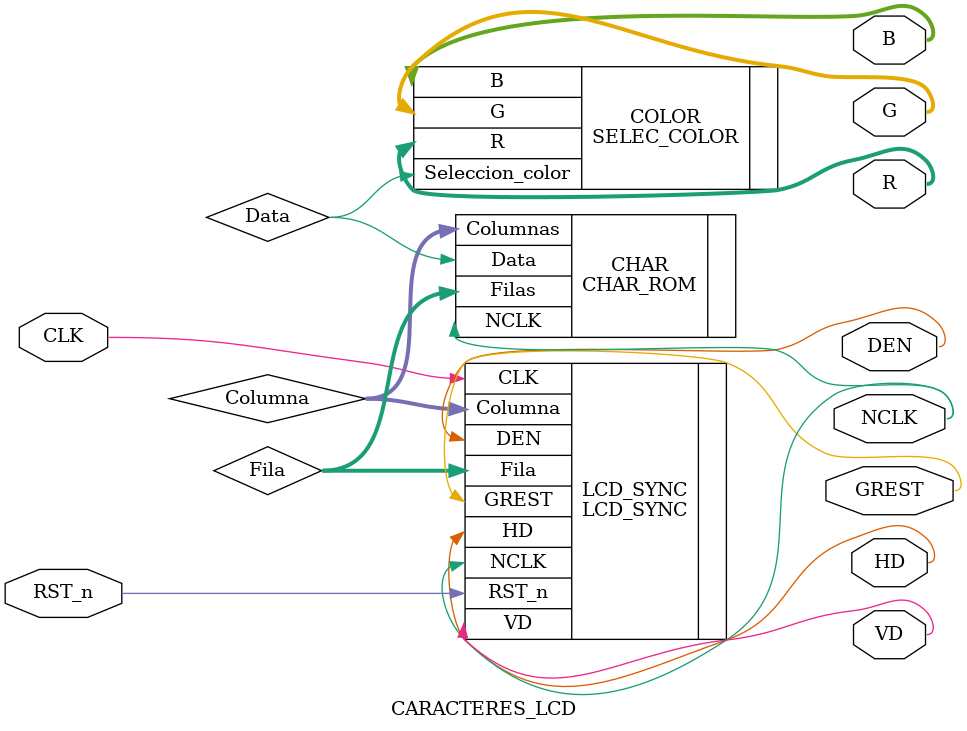
<source format=v>
/** Aquí instanciaremos tods y cada uno de los módulos conformados para la realización de la subtarea 4.
	
**/

module CARACTERES_LCD ( CLK, RST_n, NCLK, GREST, HD, VD, DEN, R, G, B);
// Declaramos las entradas -->
input CLK, RST_n ;
// Declaramos las salidas -->
output NCLK, GREST, HD, VD, DEN ;
// Declaramos salidas como registros de colores -->
output [7:0] R, G, B ;
// Declaramos lo 'wires' que irán unidos entre módulos -->
wire [10:0] Columna ;
wire [9:0] Fila ;
wire Data ;
// Declaramos parámetro -->
parameter m=7'h30 ;
// Instanciamos el módulo de sincronización -->
LCD_SYNC LCD_SYNC(
                .CLK(CLK),
				.RST_n(RST_n),
				.NCLK(NCLK),
				.GREST(GREST),
				.HD(HD),
		  		.VD(VD),
				.DEN(DEN),											 
				.Fila(Fila),
				.Columna(Columna)
);
// Instanciamos el módulo de la memoria de los caracteres -->
CHAR_ROM  #(.Caracter(m)) CHAR(
    .Filas(Fila),
    .Columnas(Columna),
	.NCLK(NCLK),
	.Data(Data)
); 
// Declaramos módulo de la selección de los colores -->
SELEC_COLOR COLOR(
	.Seleccion_color(Data),
	.R(R),
	.G(G),
	.B(B)
);


endmodule
</source>
